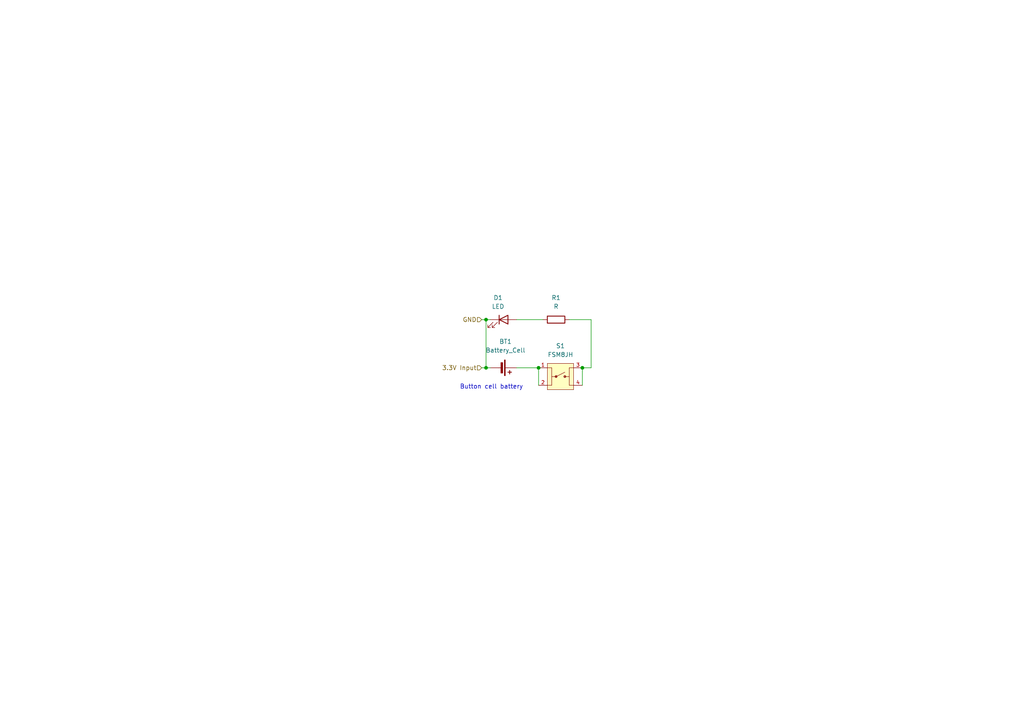
<source format=kicad_sch>
(kicad_sch (version 20230121) (generator eeschema)
  (paper "A4")
  (title_block (date "2023-12-30") (comment 1 "Made By: Casper Tak"))
  (lib_symbols
    (symbol "Device:Battery_Cell" (pin_numbers hide) (pin_names (offset 0) hide)
      (property "Reference" "BT" (at 2.54 2.54 0))
      (property "Value" "Battery_Cell" (at 2.54 0 0))
      (symbol "Battery_Cell_0_1"
        (rectangle (start -2.286 1.778) (end 2.286 1.524) (fill (type outline)))
        (rectangle (start -1.524 1.016) (end 1.524 0.508) (fill (type outline)))
        (polyline (pts (xy 0 0.762) (xy 0 0)))
        (polyline (pts (xy 0 1.778) (xy 0 2.54)))
        (polyline (pts (xy 0.762 3.048) (xy 1.778 3.048)) (stroke (width 0.254)))
        (polyline (pts (xy 1.27 3.556) (xy 1.27 2.54)) (stroke (width 0.254)))
      )
      (symbol "Battery_Cell_1_1"
        (pin passive line (at 0 5.08 270) (length 2.54) (name "+") (number "1"))
        (pin passive line (at 0 -2.54 90) (length 2.54) (name "-") (number "2"))
      )
    )
    (symbol "Device:LED" (pin_numbers hide) (pin_names (offset 1.016) hide)
      (property "Reference" "D" (at 0 2.54 0))
      (property "Value" "LED" (at 0 -2.54 0))
      (symbol "LED_0_1"
        (polyline (pts (xy -1.27 -1.27) (xy -1.27 1.27)) (stroke (width 0.254)))
        (polyline (pts (xy -1.27 0) (xy 1.27 0)))
        (polyline (pts (xy 1.27 -1.27) (xy 1.27 1.27) (xy -1.27 0) (xy 1.27 -1.27)) (stroke (width 0.254)))
        (polyline (pts (xy -3.048 -0.762) (xy -4.572 -2.286) (xy -3.81 -2.286) (xy -4.572 -2.286) (xy -4.572 -1.524)))
        (polyline (pts (xy -1.778 -0.762) (xy -3.302 -2.286) (xy -2.54 -2.286) (xy -3.302 -2.286) (xy -3.302 -1.524)))
      )
      (symbol "LED_1_1"
        (pin passive line (at -3.81 0 0) (length 2.54) (name "K") (number "1"))
        (pin passive line (at 3.81 0 180) (length 2.54) (name "A") (number "2"))
      )
    )
    (symbol "Device:R" (pin_numbers hide) (pin_names (offset 0))
      (property "Reference" "R" (at 2.032 0 90))
      (property "Value" "R" (at 0 0 90))
      (symbol "R_0_1"
        (rectangle (start -1.016 -2.54) (end 1.016 2.54) (stroke (width 0.254)))
      )
      (symbol "R_1_1"
        (pin passive line (at 0 3.81 270) (length 1.27) (name "~") (number "1"))
        (pin passive line (at 0 -3.81 90) (length 1.27) (name "~") (number "2"))
      )
    )
    (symbol "FSM8JH:FSM8JH" (pin_names (offset 1.016))
      (property "Reference" "S" (at -4.3222 4.068 0))
      (property "Value" "FSM8JH" (at -4.0644 -5.3346 0))
      (symbol "FSM8JH_0_0"
        (rectangle (start -3.81 -3.81) (end 3.81 3.81) (stroke (width 0.127)) (fill (type background)))
        (circle (center -1.27 0) (radius 0.254) (stroke (width 0.2159)))
        (polyline (pts (xy -3.81 2.54) (xy -2.54 2.54)) (stroke (width 0.127)))
        (polyline (pts (xy -2.54 -2.54) (xy -3.81 -2.54)) (stroke (width 0.127)))
        (polyline (pts (xy -2.54 0) (xy -1.27 0)) (stroke (width 0.127)))
        (polyline (pts (xy -2.54 2.54) (xy -2.54 -2.54)) (stroke (width 0.127)))
        (polyline (pts (xy -1.27 0) (xy 1.27 1.27)) (stroke (width 0.127)))
        (polyline (pts (xy 1.27 0) (xy 2.54 0)) (stroke (width 0.127)))
        (polyline (pts (xy 2.54 -2.54) (xy 3.81 -2.54)) (stroke (width 0.127)))
        (polyline (pts (xy 2.54 2.54) (xy 2.54 -2.54)) (stroke (width 0.127)))
        (polyline (pts (xy 3.81 2.54) (xy 2.54 2.54)) (stroke (width 0.127)))
        (circle (center 1.27 0) (radius 0.254) (stroke (width 0.2159)))
        (pin passive line (at -6.35 2.54 0) (length 2.54) (name "~") (number "1"))
        (pin passive line (at -6.35 -2.54 0) (length 2.54) (name "~") (number "2"))
        (pin passive line (at 6.35 2.54 180) (length 2.54) (name "~") (number "3"))
        (pin passive line (at 6.35 -2.54 180) (length 2.54) (name "~") (number "4"))
      )
    )
  )
  (junction (at 140.97 106.68))
  (junction (at 156.21 106.68))
  (junction (at 140.97 92.71))
  (junction (at 168.91 106.68))
  (wire (pts (xy 140.97 106.68) (xy 142.24 106.68)))
  (wire (pts (xy 140.97 92.71) (xy 140.97 106.68)))
  (wire (pts (xy 149.86 106.68) (xy 156.21 106.68)))
  (wire (pts (xy 168.91 106.68) (xy 168.91 111.76)))
  (wire (pts (xy 165.1 92.71) (xy 171.45 92.71)))
  (wire (pts (xy 156.21 106.68) (xy 156.21 111.76)))
  (wire (pts (xy 171.45 92.71) (xy 171.45 106.68)))
  (wire (pts (xy 139.7 106.68) (xy 140.97 106.68)))
  (wire (pts (xy 171.45 106.68) (xy 168.91 106.68)))
  (wire (pts (xy 139.7 92.71) (xy 140.97 92.71)))
  (wire (pts (xy 140.97 92.71) (xy 142.24 92.71)))
  (wire (pts (xy 149.86 92.71) (xy 157.48 92.71)))
  (text "Button cell battery" (at 133.35 113.03 0) (effects (font (size 1.27 1.27)) (justify left bottom)))
  (hierarchical_label "3.3V Input" (shape input) (at 139.7 106.68 180))
  (hierarchical_label "GND" (shape input) (at 139.7 92.71 180))
  (symbol (lib_id "FSM8JH:FSM8JH") (at 162.56 109.22 0) (unit 1)
    (property "Reference" "S1" (at 162.56 100.33 0))
    (property "Value" "FSM8JH" (at 162.56 102.87 0))
    (property "Footprint" "FSM8JH:SW_FSM8JH" (effects hide))
    (property "MF" "TE Connectivity" (effects hide))
    (property "Description" "\nSwitch,Pushbutton,Tactile,SPST,Thru Hole,Vertical,6MM,Black | TE Connectivity FSM8JH\n" (effects hide))
    (property "Package" "None" (effects hide))
    (property "Price" "None" (effects hide))
    (property "Check_prices" "https://www.snapeda.com/parts/FSM8JH/TE+Connectivity+ALCOSWITCH+Switches/view-part/?ref=eda" (effects hide))
    (property "STANDARD" "MANUFACTURER RECOMMENDATIONS" (effects hide))
    (property "PARTREV" "C10" (effects hide))
    (property "SnapEDA_Link" "https://www.snapeda.com/parts/FSM8JH/TE+Connectivity+ALCOSWITCH+Switches/view-part/?ref=snap" (effects hide))
    (property "MP" "FSM8JH" (effects hide))
    (property "Availability" "In Stock" (effects hide))
    (property "MANUFACTURER" "TE CONNECTIVITY" (effects hide))
  )
  (symbol (lib_id "Device:LED") (at 146.05 92.71 0) (unit 1)
    (property "Reference" "D1" (at 144.4625 86.36 0))
    (property "Value" "LED" (at 144.4625 88.9 0))
    (property "Footprint" "LED_THT:LED_D5.0mm_Clear" (effects hide))
  )
  (symbol (lib_id "Device:Battery_Cell") (at 144.78 106.68 270) (unit 1)
    (property "Reference" "BT1" (at 146.6215 99.06 90))
    (property "Value" "Battery_Cell" (at 146.6215 101.6 90))
    (property "Footprint" "Battery:BatteryHolder_Keystone_3002_1x2032" (effects hide))
  )
  (symbol (lib_id "Device:R") (at 161.29 92.71 90) (unit 1)
    (property "Reference" "R1" (at 161.29 86.36 90))
    (property "Value" "R" (at 161.29 88.9 90))
    (property "Footprint" "Resistor_THT:R_Axial_DIN0207_L6.3mm_D2.5mm_P10.16mm_Horizontal" (effects hide))
  )
)
</source>
